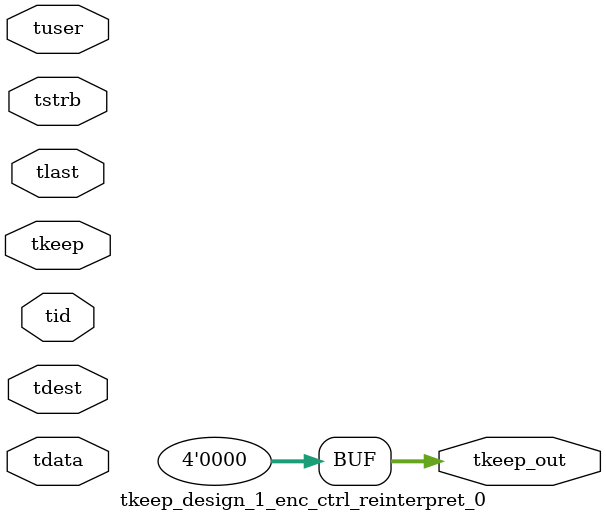
<source format=v>


`timescale 1ps/1ps

module tkeep_design_1_enc_ctrl_reinterpret_0 #
(
parameter C_S_AXIS_TDATA_WIDTH = 32,
parameter C_S_AXIS_TUSER_WIDTH = 0,
parameter C_S_AXIS_TID_WIDTH   = 0,
parameter C_S_AXIS_TDEST_WIDTH = 0,
parameter C_M_AXIS_TDATA_WIDTH = 32
)
(
input  [(C_S_AXIS_TDATA_WIDTH == 0 ? 1 : C_S_AXIS_TDATA_WIDTH)-1:0     ] tdata,
input  [(C_S_AXIS_TUSER_WIDTH == 0 ? 1 : C_S_AXIS_TUSER_WIDTH)-1:0     ] tuser,
input  [(C_S_AXIS_TID_WIDTH   == 0 ? 1 : C_S_AXIS_TID_WIDTH)-1:0       ] tid,
input  [(C_S_AXIS_TDEST_WIDTH == 0 ? 1 : C_S_AXIS_TDEST_WIDTH)-1:0     ] tdest,
input  [(C_S_AXIS_TDATA_WIDTH/8)-1:0 ] tkeep,
input  [(C_S_AXIS_TDATA_WIDTH/8)-1:0 ] tstrb,
input                                                                    tlast,
output [(C_M_AXIS_TDATA_WIDTH/8)-1:0 ] tkeep_out
);

assign tkeep_out = {1'b0};

endmodule


</source>
